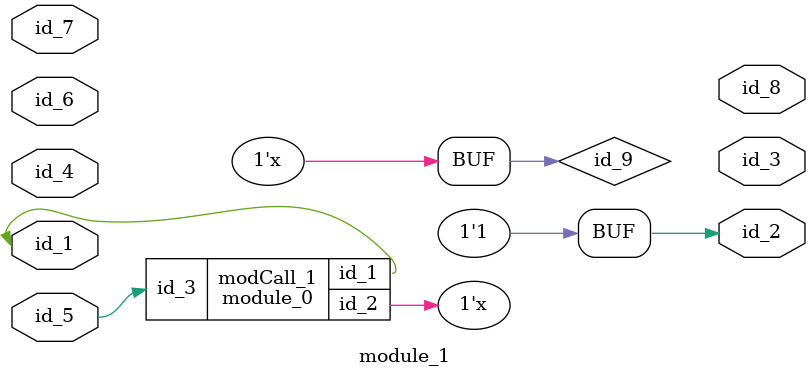
<source format=v>
module module_0 (
    id_1,
    id_2,
    id_3
);
  input wire id_3;
  inout wire id_2;
  inout wire id_1;
  localparam id_4 = -1;
endmodule
module module_1 (
    id_1,
    id_2,
    id_3,
    id_4,
    id_5,
    id_6,
    id_7,
    id_8
);
  output wire id_8;
  input wire id_7;
  inout wire id_6;
  input wire id_5;
  input wire id_4;
  output wire id_3;
  output wire id_2;
  inout wire id_1;
  wire id_9;
  module_0 modCall_1 (
      id_1,
      id_9,
      id_5
  );
  always id_2 = (1);
  wire id_10;
  or primCall (id_2, id_5, id_1, id_6, id_9, id_7, id_4);
  assign id_9 = id_6[-1];
endmodule

</source>
